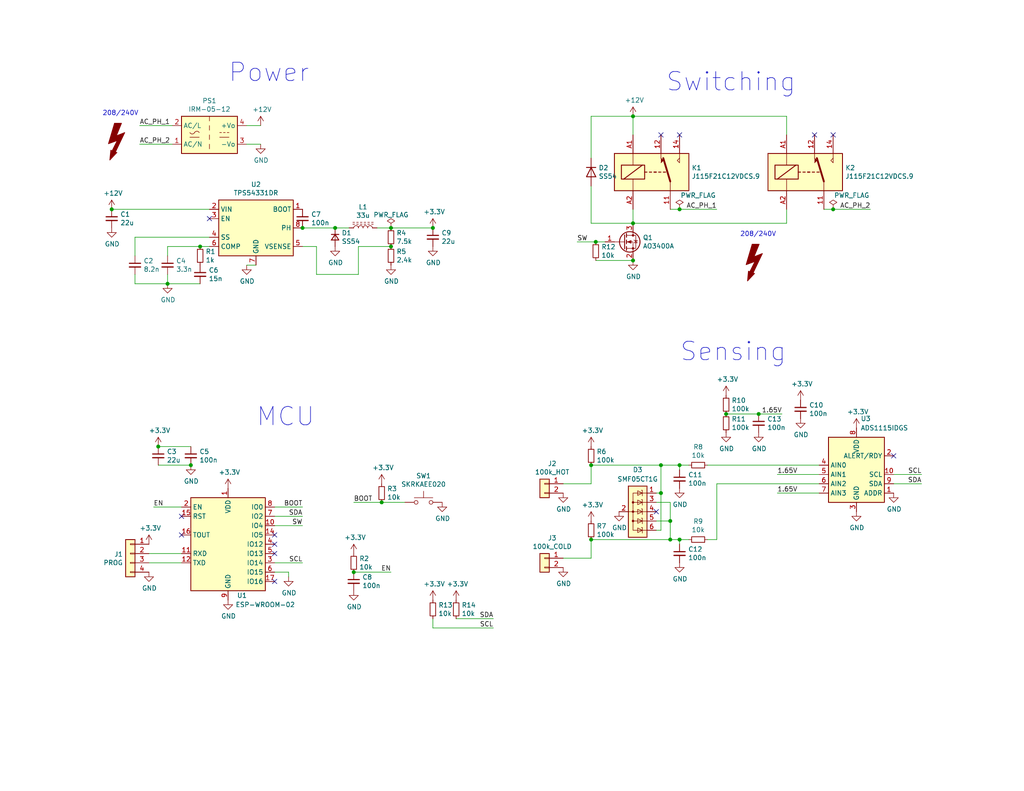
<source format=kicad_sch>
(kicad_sch (version 20211123) (generator eeschema)
  (paper "USLetter")
  (lib_symbols
    (symbol "Analog_ADC:ADS1115IDGS"
      (property "Reference" "U" (at 2.54 13.97 0))
      (property "Value" "ADS1115IDGS" (at 7.62 11.43 0))
      (symbol "ADS1115IDGS_0_1"
        (rectangle (start -7.62 10.16) (end 7.62 -7.62) (stroke (width 0.254)) (fill (type background)))
      )
      (symbol "ADS1115IDGS_1_1"
        (pin input line (at 10.16 -5.08 180) (length 2.54) (name "ADDR") (number "1"))
        (pin input line (at 10.16 0 180) (length 2.54) (name "SCL") (number "10"))
        (pin output line (at 10.16 5.08 180) (length 2.54) (name "ALERT/RDY") (number "2"))
        (pin power_in line (at 0 -10.16 90) (length 2.54) (name "GND") (number "3"))
        (pin input line (at -10.16 2.54 0) (length 2.54) (name "AIN0") (number "4"))
        (pin input line (at -10.16 0 0) (length 2.54) (name "AIN1") (number "5"))
        (pin input line (at -10.16 -2.54 0) (length 2.54) (name "AIN2") (number "6"))
        (pin input line (at -10.16 -5.08 0) (length 2.54) (name "AIN3") (number "7"))
        (pin power_in line (at 0 12.7 270) (length 2.54) (name "VDD") (number "8"))
        (pin bidirectional line (at 10.16 -2.54 180) (length 2.54) (name "SDA") (number "9"))
      )
    )
    (symbol "Connector_Generic:Conn_01x02" (pin_names (offset 1.016) hide)
      (property "Reference" "J" (at 0 2.54 0))
      (property "Value" "Conn_01x02" (at 0 -5.08 0))
      (symbol "Conn_01x02_1_1"
        (rectangle (start -1.27 -2.413) (end 0 -2.667) (stroke (width 0.1524)))
        (rectangle (start -1.27 0.127) (end 0 -0.127) (stroke (width 0.1524)))
        (rectangle (start -1.27 1.27) (end 1.27 -3.81) (stroke (width 0.254)) (fill (type background)))
        (pin passive line (at -5.08 0 0) (length 3.81) (name "Pin_1") (number "1"))
        (pin passive line (at -5.08 -2.54 0) (length 3.81) (name "Pin_2") (number "2"))
      )
    )
    (symbol "Connector_Generic:Conn_01x04" (pin_names (offset 1.016) hide)
      (property "Reference" "J" (at 0 5.08 0))
      (property "Value" "Conn_01x04" (at 0 -7.62 0))
      (symbol "Conn_01x04_1_1"
        (rectangle (start -1.27 -4.953) (end 0 -5.207) (stroke (width 0.1524)))
        (rectangle (start -1.27 -2.413) (end 0 -2.667) (stroke (width 0.1524)))
        (rectangle (start -1.27 0.127) (end 0 -0.127) (stroke (width 0.1524)))
        (rectangle (start -1.27 2.667) (end 0 2.413) (stroke (width 0.1524)))
        (rectangle (start -1.27 3.81) (end 1.27 -6.35) (stroke (width 0.254)) (fill (type background)))
        (pin passive line (at -5.08 2.54 0) (length 3.81) (name "Pin_1") (number "1"))
        (pin passive line (at -5.08 0 0) (length 3.81) (name "Pin_2") (number "2"))
        (pin passive line (at -5.08 -2.54 0) (length 3.81) (name "Pin_3") (number "3"))
        (pin passive line (at -5.08 -5.08 0) (length 3.81) (name "Pin_4") (number "4"))
      )
    )
    (symbol "Converter_ACDC:IRM-05-12"
      (property "Reference" "PS" (at 0 6.35 0))
      (property "Value" "IRM-05-12" (at 0 -6.35 0))
      (symbol "IRM-05-12_0_1"
        (rectangle (start -7.62 5.08) (end 7.62 -5.08) (stroke (width 0.254)) (fill (type background)))
        (arc (start -5.334 0.635) (mid -4.699 0.2495) (end -4.064 0.635))
        (arc (start -2.794 0.635) (mid -3.429 1.0072) (end -4.064 0.635))
        (polyline (pts (xy -5.334 -0.635) (xy -2.794 -0.635)))
        (polyline (pts (xy 0 -2.54) (xy 0 -3.81)))
        (polyline (pts (xy 0 0) (xy 0 -1.27)))
        (polyline (pts (xy 0 2.54) (xy 0 1.27)))
        (polyline (pts (xy 0 5.08) (xy 0 3.81)))
        (polyline (pts (xy 2.794 -0.635) (xy 5.334 -0.635)))
        (polyline (pts (xy 2.794 0.635) (xy 3.302 0.635)))
        (polyline (pts (xy 3.81 0.635) (xy 4.318 0.635)))
        (polyline (pts (xy 4.826 0.635) (xy 5.334 0.635)))
      )
      (symbol "IRM-05-12_1_1"
        (pin power_in line (at -10.16 -2.54 0) (length 2.54) (name "AC/N") (number "1"))
        (pin power_in line (at -10.16 2.54 0) (length 2.54) (name "AC/L") (number "2"))
        (pin power_out line (at 10.16 -2.54 180) (length 2.54) (name "-Vo") (number "3"))
        (pin power_out line (at 10.16 2.54 180) (length 2.54) (name "+Vo") (number "4"))
      )
    )
    (symbol "Device:C_Small" (pin_numbers hide) (pin_names (offset 0.254) hide)
      (property "Reference" "C" (at 0.254 1.778 0))
      (property "Value" "C_Small" (at 0.254 -2.032 0))
      (symbol "C_Small_0_1"
        (polyline (pts (xy -1.524 -0.508) (xy 1.524 -0.508)) (stroke (width 0.3302)))
        (polyline (pts (xy -1.524 0.508) (xy 1.524 0.508)) (stroke (width 0.3048)))
      )
      (symbol "C_Small_1_1"
        (pin passive line (at 0 2.54 270) (length 2.032) (name "~") (number "1"))
        (pin passive line (at 0 -2.54 90) (length 2.032) (name "~") (number "2"))
      )
    )
    (symbol "Device:D" (pin_numbers hide) (pin_names (offset 1.016) hide)
      (property "Reference" "D" (at 0 2.54 0))
      (property "Value" "D" (at 0 -2.54 0))
      (symbol "D_0_1"
        (polyline (pts (xy -1.27 1.27) (xy -1.27 -1.27)) (stroke (width 0.254)))
        (polyline (pts (xy 1.27 0) (xy -1.27 0)))
        (polyline (pts (xy 1.27 1.27) (xy 1.27 -1.27) (xy -1.27 0) (xy 1.27 1.27)) (stroke (width 0.254)))
      )
      (symbol "D_1_1"
        (pin passive line (at -3.81 0 0) (length 2.54) (name "K") (number "1"))
        (pin passive line (at 3.81 0 180) (length 2.54) (name "A") (number "2"))
      )
    )
    (symbol "Device:D_Small" (pin_numbers hide) (pin_names (offset 0.254) hide)
      (property "Reference" "D" (at -1.27 2.032 0))
      (property "Value" "D_Small" (at -3.81 -2.032 0))
      (symbol "D_Small_0_1"
        (polyline (pts (xy -0.762 -1.016) (xy -0.762 1.016)) (stroke (width 0.254)))
        (polyline (pts (xy -0.762 0) (xy 0.762 0)))
        (polyline (pts (xy 0.762 -1.016) (xy -0.762 0) (xy 0.762 1.016) (xy 0.762 -1.016)) (stroke (width 0.254)))
      )
      (symbol "D_Small_1_1"
        (pin passive line (at -2.54 0 0) (length 1.778) (name "K") (number "1"))
        (pin passive line (at 2.54 0 180) (length 1.778) (name "A") (number "2"))
      )
    )
    (symbol "Device:L_Ferrite" (pin_numbers hide) (pin_names (offset 1.016) hide)
      (property "Reference" "L" (at -1.27 0 90))
      (property "Value" "L_Ferrite" (at 2.794 0 90))
      (symbol "L_Ferrite_0_1"
        (arc (start 0 -2.54) (mid 0.635 -1.905) (end 0 -1.27))
        (arc (start 0 -1.27) (mid 0.635 -0.635) (end 0 0))
        (polyline (pts (xy 1.016 -2.794) (xy 1.016 -2.286)))
        (polyline (pts (xy 1.016 -1.778) (xy 1.016 -1.27)))
        (polyline (pts (xy 1.016 -0.762) (xy 1.016 -0.254)))
        (polyline (pts (xy 1.016 0.254) (xy 1.016 0.762)))
        (polyline (pts (xy 1.016 1.27) (xy 1.016 1.778)))
        (polyline (pts (xy 1.016 2.286) (xy 1.016 2.794)))
        (polyline (pts (xy 1.524 -2.286) (xy 1.524 -2.794)))
        (polyline (pts (xy 1.524 -1.27) (xy 1.524 -1.778)))
        (polyline (pts (xy 1.524 -0.254) (xy 1.524 -0.762)))
        (polyline (pts (xy 1.524 0.762) (xy 1.524 0.254)))
        (polyline (pts (xy 1.524 1.778) (xy 1.524 1.27)))
        (polyline (pts (xy 1.524 2.794) (xy 1.524 2.286)))
        (arc (start 0 0) (mid 0.635 0.635) (end 0 1.27))
        (arc (start 0 1.27) (mid 0.635 1.905) (end 0 2.54))
      )
      (symbol "L_Ferrite_1_1"
        (pin passive line (at 0 3.81 270) (length 1.27) (name "1") (number "1"))
        (pin passive line (at 0 -3.81 90) (length 1.27) (name "2") (number "2"))
      )
    )
    (symbol "Device:R_Small" (pin_numbers hide) (pin_names (offset 0.254) hide)
      (property "Reference" "R" (at 0.762 0.508 0))
      (property "Value" "R_Small" (at 0.762 -1.016 0))
      (symbol "R_Small_0_1"
        (rectangle (start -0.762 1.778) (end 0.762 -1.778) (stroke (width 0.2032)))
      )
      (symbol "R_Small_1_1"
        (pin passive line (at 0 2.54 270) (length 0.762) (name "~") (number "1"))
        (pin passive line (at 0 -2.54 90) (length 0.762) (name "~") (number "2"))
      )
    )
    (symbol "Graphic:SYM_Flash_Large" (pin_names (offset 1.016))
      (symbol "SYM_Flash_Large_0_1"
        (polyline (pts (xy 0.127 -3.556) (xy -1.524 -2.921) (xy -1.778 -5.588) (xy 0.127 -3.556)) (stroke (width 0.2032)) (fill (type outline)))
        (polyline (pts (xy -0.508 4.445) (xy 1.397 4.445) (xy 0 1.016) (xy 2.286 1.905) (xy -0.508 -3.937) (xy -1.397 -3.556) (xy 0.254 -0.254) (xy -2.159 -1.143) (xy -0.508 4.445)) (stroke (width 0.2032)) (fill (type outline)))
      )
    )
    (symbol "Power_Protection:SP0505BAJT" (pin_names hide)
      (property "Reference" "D" (at 7.62 2.54 0))
      (property "Value" "SP0505BAJT" (at 7.62 0.635 0))
      (symbol "SP0505BAJT_0_0"
        (pin passive line (at 0 -5.08 90) (length 2.54) (name "A") (number "2"))
      )
      (symbol "SP0505BAJT_0_1"
        (rectangle (start -6.985 2.54) (end 6.985 -2.54) (stroke (width 0.254)) (fill (type background)))
        (circle (center -2.54 -1.27) (radius 0.254) (fill (type outline)))
        (circle (center 0 -1.27) (radius 0.254) (fill (type outline)))
        (polyline (pts (xy -5.08 2.54) (xy -5.08 1.27)))
        (polyline (pts (xy -2.54 2.54) (xy -2.54 1.27)))
        (polyline (pts (xy 0 -1.27) (xy 0 -2.54)))
        (polyline (pts (xy 0 -1.27) (xy 0 1.27)))
        (polyline (pts (xy 0 2.54) (xy 0 1.27)))
        (polyline (pts (xy 0.635 1.27) (xy 0.762 1.27)))
        (polyline (pts (xy 2.54 2.54) (xy 2.54 1.27)))
        (polyline (pts (xy 5.08 2.54) (xy 5.08 1.27)))
        (polyline (pts (xy -5.08 1.27) (xy -5.08 -1.27) (xy -2.54 -1.27)))
        (polyline (pts (xy 0.635 1.27) (xy -0.762 1.27) (xy -0.762 1.016)))
        (polyline (pts (xy 5.08 1.27) (xy 5.08 -1.27) (xy 2.54 -1.27)))
        (polyline (pts (xy -5.842 1.016) (xy -5.842 1.27) (xy -4.445 1.27) (xy -4.318 1.27)))
        (polyline (pts (xy -5.08 1.27) (xy -4.445 0) (xy -5.715 0) (xy -5.08 1.27)))
        (polyline (pts (xy -3.302 1.016) (xy -3.302 1.27) (xy -1.905 1.27) (xy -1.778 1.27)))
        (polyline (pts (xy -2.54 1.27) (xy -2.54 -1.27) (xy 2.54 -1.27) (xy 2.54 1.27)))
        (polyline (pts (xy -2.54 1.27) (xy -1.905 0) (xy -3.175 0) (xy -2.54 1.27)))
        (polyline (pts (xy 0.635 0) (xy -0.635 0) (xy 0 1.27) (xy 0.635 0)))
        (polyline (pts (xy 1.778 1.016) (xy 1.778 1.27) (xy 3.175 1.27) (xy 3.302 1.27)))
        (polyline (pts (xy 2.54 1.27) (xy 1.905 0) (xy 3.175 0) (xy 2.54 1.27)))
        (polyline (pts (xy 4.318 1.016) (xy 4.318 1.27) (xy 5.715 1.27) (xy 5.842 1.27)))
        (polyline (pts (xy 5.08 1.27) (xy 4.445 0) (xy 5.715 0) (xy 5.08 1.27)))
        (circle (center 2.54 -1.27) (radius 0.254) (fill (type outline)))
      )
      (symbol "SP0505BAJT_1_1"
        (pin passive line (at -5.08 5.08 270) (length 2.54) (name "K") (number "1"))
        (pin passive line (at -2.54 5.08 270) (length 2.54) (name "K") (number "3"))
        (pin passive line (at 0 5.08 270) (length 2.54) (name "K") (number "4"))
        (pin passive line (at 2.54 5.08 270) (length 2.54) (name "K") (number "5"))
        (pin passive line (at 5.08 5.08 270) (length 2.54) (name "K") (number "6"))
      )
    )
    (symbol "RF_Module:ESP-WROOM-02"
      (property "Reference" "U" (at -7.62 13.97 0))
      (property "Value" "ESP-WROOM-02" (at 10.16 13.97 0))
      (symbol "ESP-WROOM-02_0_1"
        (rectangle (start 10.16 12.7) (end -10.16 -12.7) (stroke (width 0.254)) (fill (type background)))
      )
      (symbol "ESP-WROOM-02_1_1"
        (pin power_in line (at 0 15.24 270) (length 2.54) (name "VDD") (number "1"))
        (pin bidirectional line (at 12.7 5.08 180) (length 2.54) (name "IO4") (number "10"))
        (pin bidirectional line (at -12.7 -2.54 0) (length 2.54) (name "RXD") (number "11"))
        (pin bidirectional line (at -12.7 -5.08 0) (length 2.54) (name "TXD") (number "12"))
        (pin passive line (at 0 -15.24 90) (length 2.54) hide (name "GND") (number "13"))
        (pin bidirectional line (at 12.7 2.54 180) (length 2.54) (name "IO5") (number "14"))
        (pin input line (at -12.7 7.62 0) (length 2.54) (name "RST") (number "15"))
        (pin input line (at -12.7 2.54 0) (length 2.54) (name "TOUT") (number "16"))
        (pin bidirectional line (at 12.7 -10.16 180) (length 2.54) (name "IO16") (number "17"))
        (pin passive line (at 0 -15.24 90) (length 2.54) hide (name "GND") (number "18"))
        (pin passive line (at 0 -15.24 90) (length 2.54) hide (name "GND") (number "19"))
        (pin input line (at -12.7 10.16 0) (length 2.54) (name "EN") (number "2"))
        (pin bidirectional line (at 12.7 -5.08 180) (length 2.54) (name "IO14") (number "3"))
        (pin bidirectional line (at 12.7 0 180) (length 2.54) (name "IO12") (number "4"))
        (pin bidirectional line (at 12.7 -2.54 180) (length 2.54) (name "IO13") (number "5"))
        (pin bidirectional line (at 12.7 -7.62 180) (length 2.54) (name "IO15") (number "6"))
        (pin bidirectional line (at 12.7 7.62 180) (length 2.54) (name "IO2") (number "7"))
        (pin bidirectional line (at 12.7 10.16 180) (length 2.54) (name "IO0") (number "8"))
        (pin power_in line (at 0 -15.24 90) (length 2.54) (name "GND") (number "9"))
      )
    )
    (symbol "Relay:RAYEX-L90S"
      (property "Reference" "K" (at 11.43 3.81 0))
      (property "Value" "RAYEX-L90S" (at 11.43 1.27 0))
      (symbol "RAYEX-L90S_1_0"
        (polyline (pts (xy 2.54 3.81) (xy 2.54 5.08)))
        (polyline (pts (xy 7.62 3.81) (xy 7.62 5.08)))
        (polyline (pts (xy 7.62 3.81) (xy 7.62 2.54) (xy 6.985 3.175) (xy 7.62 3.81)))
      )
      (symbol "RAYEX-L90S_1_1"
        (rectangle (start -10.16 5.08) (end 10.16 -5.08) (stroke (width 0.254)) (fill (type background)))
        (rectangle (start -8.255 1.905) (end -1.905 -1.905) (stroke (width 0.254)))
        (polyline (pts (xy -7.62 -1.905) (xy -2.54 1.905)) (stroke (width 0.254)))
        (polyline (pts (xy -5.08 -5.08) (xy -5.08 -1.905)))
        (polyline (pts (xy -5.08 5.08) (xy -5.08 1.905)))
        (polyline (pts (xy -1.905 0) (xy -1.27 0)) (stroke (width 0.254)))
        (polyline (pts (xy -0.635 0) (xy 0 0)) (stroke (width 0.254)))
        (polyline (pts (xy 0.635 0) (xy 1.27 0)) (stroke (width 0.254)))
        (polyline (pts (xy 0.635 0) (xy 1.27 0)) (stroke (width 0.254)))
        (polyline (pts (xy 1.905 0) (xy 2.54 0)) (stroke (width 0.254)))
        (polyline (pts (xy 3.175 0) (xy 3.81 0)) (stroke (width 0.254)))
        (polyline (pts (xy 5.08 -2.54) (xy 3.175 3.81)) (stroke (width 0.508)))
        (polyline (pts (xy 5.08 -2.54) (xy 5.08 -5.08)))
        (polyline (pts (xy 2.54 2.54) (xy 3.175 3.175) (xy 2.54 3.81)) (fill (type outline)))
        (pin passive line (at 5.08 -10.16 90) (length 5.08) (name "~") (number "11"))
        (pin passive line (at 2.54 10.16 270) (length 5.08) (name "~") (number "12"))
        (pin passive line (at 7.62 10.16 270) (length 5.08) (name "~") (number "14"))
        (pin passive line (at -5.08 10.16 270) (length 5.08) (name "~") (number "A1"))
        (pin passive line (at -5.08 -10.16 90) (length 5.08) (name "~") (number "A2"))
      )
    )
    (symbol "Switch:SW_Push" (pin_numbers hide) (pin_names (offset 1.016) hide)
      (property "Reference" "SW" (at 1.27 2.54 0))
      (property "Value" "SW_Push" (at 0 -1.524 0))
      (symbol "SW_Push_0_1"
        (circle (center -2.032 0) (radius 0.508))
        (polyline (pts (xy 0 1.27) (xy 0 3.048)))
        (polyline (pts (xy 2.54 1.27) (xy -2.54 1.27)))
        (circle (center 2.032 0) (radius 0.508))
        (pin passive line (at -5.08 0 0) (length 2.54) (name "1") (number "1"))
        (pin passive line (at 5.08 0 180) (length 2.54) (name "2") (number "2"))
      )
    )
    (symbol "TPS54331:TPS54331"
      (property "Reference" "U" (at -8.89 8.89 0))
      (property "Value" "TPS54331" (at 3.81 8.89 0))
      (symbol "TPS54331_1_1"
        (rectangle (start -10.16 7.62) (end 10.16 -7.62) (stroke (width 0.254)) (fill (type background)))
        (pin output line (at 12.7 5.08 180) (length 2.54) (name "BOOT") (number "1"))
        (pin power_in line (at -12.7 5.08 0) (length 2.54) (name "VIN") (number "2"))
        (pin input line (at -12.7 2.54 0) (length 2.54) (name "EN") (number "3"))
        (pin output line (at -12.7 -2.54 0) (length 2.54) (name "SS") (number "4"))
        (pin input line (at 12.7 -5.08 180) (length 2.54) (name "VSENSE") (number "5"))
        (pin output line (at -12.7 -5.08 0) (length 2.54) (name "COMP") (number "6"))
        (pin power_in line (at 0 -10.16 90) (length 2.54) (name "GND") (number "7"))
        (pin output line (at 12.7 0 180) (length 2.54) (name "PH") (number "8"))
        (pin power_in line (at 0 -10.16 90) (length 2.54) hide (name "GND") (number "9"))
      )
    )
    (symbol "Transistor_FET:AO3400A" (pin_names hide)
      (property "Reference" "Q" (at 5.08 1.905 0))
      (property "Value" "AO3400A" (at 5.08 0 0))
      (symbol "AO3400A_0_1"
        (polyline (pts (xy 0.254 0) (xy -2.54 0)))
        (polyline (pts (xy 0.254 1.905) (xy 0.254 -1.905)) (stroke (width 0.254)))
        (polyline (pts (xy 0.762 -1.27) (xy 0.762 -2.286)) (stroke (width 0.254)))
        (polyline (pts (xy 0.762 0.508) (xy 0.762 -0.508)) (stroke (width 0.254)))
        (polyline (pts (xy 0.762 2.286) (xy 0.762 1.27)) (stroke (width 0.254)))
        (polyline (pts (xy 2.54 2.54) (xy 2.54 1.778)))
        (polyline (pts (xy 2.54 -2.54) (xy 2.54 0) (xy 0.762 0)))
        (polyline (pts (xy 0.762 -1.778) (xy 3.302 -1.778) (xy 3.302 1.778) (xy 0.762 1.778)))
        (polyline (pts (xy 1.016 0) (xy 2.032 0.381) (xy 2.032 -0.381) (xy 1.016 0)) (fill (type outline)))
        (polyline (pts (xy 2.794 0.508) (xy 2.921 0.381) (xy 3.683 0.381) (xy 3.81 0.254)))
        (polyline (pts (xy 3.302 0.381) (xy 2.921 -0.254) (xy 3.683 -0.254) (xy 3.302 0.381)))
        (circle (center 1.651 0) (radius 2.794) (stroke (width 0.254)))
        (circle (center 2.54 -1.778) (radius 0.254) (fill (type outline)))
        (circle (center 2.54 1.778) (radius 0.254) (fill (type outline)))
      )
      (symbol "AO3400A_1_1"
        (pin input line (at -5.08 0 0) (length 2.54) (name "G") (number "1"))
        (pin passive line (at 2.54 -5.08 90) (length 2.54) (name "S") (number "2"))
        (pin passive line (at 2.54 5.08 270) (length 2.54) (name "D") (number "3"))
      )
    )
    (symbol "power:+12V" (power) (pin_names (offset 0))
      (property "Value" "+12V" (at 0 3.556 0))
      (symbol "+12V_0_1"
        (polyline (pts (xy -0.762 1.27) (xy 0 2.54)))
        (polyline (pts (xy 0 0) (xy 0 2.54)))
        (polyline (pts (xy 0 2.54) (xy 0.762 1.27)))
      )
      (symbol "+12V_1_1"
        (pin power_in line (at 0 0 90) (length 0) hide (name "+12V") (number "1"))
      )
    )
    (symbol "power:+3.3V" (power) (pin_names (offset 0))
      (property "Value" "+3.3V" (at 0 3.556 0))
      (symbol "+3.3V_0_1"
        (polyline (pts (xy -0.762 1.27) (xy 0 2.54)))
        (polyline (pts (xy 0 0) (xy 0 2.54)))
        (polyline (pts (xy 0 2.54) (xy 0.762 1.27)))
      )
      (symbol "+3.3V_1_1"
        (pin power_in line (at 0 0 90) (length 0) hide (name "+3.3V") (number "1"))
      )
    )
    (symbol "power:GND" (power) (pin_names (offset 0))
      (property "Value" "GND" (at 0 -3.81 0))
      (symbol "GND_0_1"
        (polyline (pts (xy 0 0) (xy 0 -1.27) (xy 1.27 -1.27) (xy 0 -2.54) (xy -1.27 -1.27) (xy 0 -1.27)))
      )
      (symbol "GND_1_1"
        (pin power_in line (at 0 0 270) (length 0) hide (name "GND") (number "1"))
      )
    )
    (symbol "power:PWR_FLAG" (power) (pin_numbers hide) (pin_names (offset 0) hide)
      (property "Value" "PWR_FLAG" (at 0 3.81 0))
      (symbol "PWR_FLAG_0_0"
        (pin power_out line (at 0 0 90) (length 0) (name "pwr") (number "1"))
      )
      (symbol "PWR_FLAG_0_1"
        (polyline (pts (xy 0 0) (xy 0 1.27) (xy -1.016 1.905) (xy 0 2.54) (xy 1.016 1.905) (xy 0 1.27)))
      )
    )
  )
  (junction (at 182.88 147.32))
  (junction (at 180.34 127))
  (junction (at 43.18 121.92))
  (junction (at 207.01 113.03))
  (junction (at 106.68 67.31))
  (junction (at 172.72 71.12))
  (junction (at 118.11 62.23))
  (junction (at 91.44 62.23))
  (junction (at 180.34 134.62))
  (junction (at 45.72 77.47))
  (junction (at 104.14 137.16))
  (junction (at 198.12 113.03))
  (junction (at 161.29 147.32))
  (junction (at 30.48 57.15))
  (junction (at 52.07 127))
  (junction (at 161.29 127))
  (junction (at 185.42 57.15))
  (junction (at 172.72 60.96))
  (junction (at 227.33 57.15))
  (junction (at 54.61 67.31))
  (junction (at 172.72 31.75))
  (junction (at 162.56 66.04))
  (junction (at 96.52 156.21))
  (junction (at 185.42 127))
  (junction (at 182.88 142.24))
  (junction (at 185.42 147.32))
  (junction (at 106.68 62.23))
  (junction (at 82.55 62.23))
  (no_connect (at 74.93 158.75))
  (no_connect (at 179.07 139.7))
  (no_connect (at 57.15 59.69))
  (no_connect (at 222.25 36.83))
  (no_connect (at 74.93 148.59))
  (no_connect (at 180.34 36.83))
  (no_connect (at 243.84 124.46))
  (no_connect (at 227.33 36.83))
  (no_connect (at 49.53 146.05))
  (no_connect (at 49.53 140.97))
  (no_connect (at 185.42 36.83))
  (no_connect (at 74.93 146.05))
  (no_connect (at 74.93 151.13))
  (wire (pts (xy 45.72 77.47) (xy 54.61 77.47)))
  (wire (pts (xy 180.34 127) (xy 180.34 134.62)))
  (wire (pts (xy 67.31 39.37) (xy 71.12 39.37)))
  (wire (pts (xy 43.18 127) (xy 52.07 127)))
  (wire (pts (xy 96.52 137.16) (xy 104.14 137.16)))
  (wire (pts (xy 180.34 127) (xy 185.42 127)))
  (wire (pts (xy 172.72 60.96) (xy 161.29 60.96)))
  (wire (pts (xy 185.42 128.27) (xy 185.42 127)))
  (wire (pts (xy 243.84 132.08) (xy 251.46 132.08)))
  (wire (pts (xy 161.29 147.32) (xy 161.29 152.4)))
  (wire (pts (xy 182.88 142.24) (xy 182.88 147.32)))
  (wire (pts (xy 161.29 147.32) (xy 182.88 147.32)))
  (wire (pts (xy 172.72 31.75) (xy 214.63 31.75)))
  (wire (pts (xy 67.31 34.29) (xy 71.12 34.29)))
  (wire (pts (xy 74.93 153.67) (xy 82.55 153.67)))
  (wire (pts (xy 49.53 138.43) (xy 41.91 138.43)))
  (wire (pts (xy 104.14 137.16) (xy 110.49 137.16)))
  (wire (pts (xy 195.58 132.08) (xy 223.52 132.08)))
  (wire (pts (xy 74.93 156.21) (xy 78.74 156.21)))
  (wire (pts (xy 161.29 127) (xy 161.29 132.08)))
  (wire (pts (xy 78.74 156.21) (xy 78.74 157.48)))
  (wire (pts (xy 165.1 66.04) (xy 162.56 66.04)))
  (wire (pts (xy 161.29 43.18) (xy 161.29 31.75)))
  (wire (pts (xy 45.72 74.93) (xy 45.72 77.47)))
  (wire (pts (xy 214.63 31.75) (xy 214.63 36.83)))
  (wire (pts (xy 153.67 152.4) (xy 161.29 152.4)))
  (wire (pts (xy 57.15 67.31) (xy 54.61 67.31)))
  (wire (pts (xy 86.36 67.31) (xy 82.55 67.31)))
  (wire (pts (xy 45.72 77.47) (xy 36.83 77.47)))
  (wire (pts (xy 179.07 144.78) (xy 180.34 144.78)))
  (wire (pts (xy 223.52 134.62) (xy 212.09 134.62)))
  (wire (pts (xy 195.58 132.08) (xy 195.58 147.32)))
  (wire (pts (xy 45.72 69.85) (xy 45.72 67.31)))
  (wire (pts (xy 36.83 69.85) (xy 36.83 64.77)))
  (wire (pts (xy 57.15 57.15) (xy 30.48 57.15)))
  (wire (pts (xy 162.56 66.04) (xy 157.48 66.04)))
  (wire (pts (xy 91.44 62.23) (xy 95.25 62.23)))
  (wire (pts (xy 74.93 143.51) (xy 82.55 143.51)))
  (wire (pts (xy 227.33 57.15) (xy 237.49 57.15)))
  (wire (pts (xy 153.67 132.08) (xy 161.29 132.08)))
  (wire (pts (xy 97.79 74.93) (xy 86.36 74.93)))
  (wire (pts (xy 106.68 67.31) (xy 97.79 67.31)))
  (wire (pts (xy 67.31 72.39) (xy 69.85 72.39)))
  (wire (pts (xy 195.58 147.32) (xy 193.04 147.32)))
  (wire (pts (xy 180.34 144.78) (xy 180.34 134.62)))
  (wire (pts (xy 185.42 147.32) (xy 187.96 147.32)))
  (wire (pts (xy 36.83 77.47) (xy 36.83 74.93)))
  (wire (pts (xy 118.11 168.91) (xy 118.11 171.45)))
  (wire (pts (xy 172.72 57.15) (xy 172.72 60.96)))
  (wire (pts (xy 223.52 129.54) (xy 212.09 129.54)))
  (wire (pts (xy 49.53 153.67) (xy 40.64 153.67)))
  (wire (pts (xy 179.07 134.62) (xy 180.34 134.62)))
  (wire (pts (xy 172.72 36.83) (xy 172.72 31.75)))
  (wire (pts (xy 193.04 127) (xy 223.52 127)))
  (wire (pts (xy 224.79 57.15) (xy 227.33 57.15)))
  (wire (pts (xy 182.88 147.32) (xy 185.42 147.32)))
  (wire (pts (xy 124.46 168.91) (xy 134.62 168.91)))
  (wire (pts (xy 198.12 113.03) (xy 207.01 113.03)))
  (wire (pts (xy 57.15 64.77) (xy 36.83 64.77)))
  (wire (pts (xy 179.07 142.24) (xy 182.88 142.24)))
  (wire (pts (xy 207.01 113.03) (xy 213.36 113.03)))
  (wire (pts (xy 45.72 67.31) (xy 54.61 67.31)))
  (wire (pts (xy 106.68 62.23) (xy 118.11 62.23)))
  (wire (pts (xy 118.11 171.45) (xy 134.62 171.45)))
  (wire (pts (xy 74.93 138.43) (xy 82.55 138.43)))
  (wire (pts (xy 214.63 57.15) (xy 214.63 60.96)))
  (wire (pts (xy 182.88 137.16) (xy 182.88 142.24)))
  (wire (pts (xy 161.29 60.96) (xy 161.29 50.8)))
  (wire (pts (xy 82.55 62.23) (xy 91.44 62.23)))
  (wire (pts (xy 43.18 121.92) (xy 52.07 121.92)))
  (wire (pts (xy 243.84 129.54) (xy 251.46 129.54)))
  (wire (pts (xy 161.29 127) (xy 180.34 127)))
  (wire (pts (xy 96.52 156.21) (xy 106.68 156.21)))
  (wire (pts (xy 172.72 71.12) (xy 162.56 71.12)))
  (wire (pts (xy 161.29 31.75) (xy 172.72 31.75)))
  (wire (pts (xy 102.87 62.23) (xy 106.68 62.23)))
  (wire (pts (xy 38.1 39.37) (xy 46.99 39.37)))
  (wire (pts (xy 46.99 34.29) (xy 38.1 34.29)))
  (wire (pts (xy 185.42 127) (xy 187.96 127)))
  (wire (pts (xy 40.64 151.13) (xy 49.53 151.13)))
  (wire (pts (xy 86.36 74.93) (xy 86.36 67.31)))
  (wire (pts (xy 179.07 137.16) (xy 182.88 137.16)))
  (wire (pts (xy 185.42 57.15) (xy 195.58 57.15)))
  (wire (pts (xy 185.42 148.59) (xy 185.42 147.32)))
  (wire (pts (xy 97.79 67.31) (xy 97.79 74.93)))
  (wire (pts (xy 182.88 57.15) (xy 185.42 57.15)))
  (wire (pts (xy 74.93 140.97) (xy 82.55 140.97)))
  (wire (pts (xy 214.63 60.96) (xy 172.72 60.96)))
  (text "Power" (at 62.23 22.86 0) (effects (font (size 5.0038 5.0038)) (justify left bottom)))
  (text "MCU" (at 69.85 116.84 0) (effects (font (size 5.0038 5.0038)) (justify left bottom)))
  (text "Switching" (at 181.61 25.4 0) (effects (font (size 5.0038 5.0038)) (justify left bottom)))
  (text "208/240V" (at 201.93 64.77 0) (effects (font (size 1.27 1.27)) (justify left bottom)))
  (text "Sensing" (at 185.42 99.06 0) (effects (font (size 5.0038 5.0038)) (justify left bottom)))
  (text "208/240V" (at 27.94 31.75 0) (effects (font (size 1.27 1.27)) (justify left bottom)))
  (label "AC_PH_2" (at 237.49 57.15 180))
  (label "SW" (at 157.48 66.04 0))
  (label "AC_PH_1" (at 195.58 57.15 180))
  (label "SCL" (at 251.46 129.54 180))
  (label "1.65V" (at 213.36 113.03 180))
  (label "SCL" (at 82.55 153.67 180))
  (label "BOOT" (at 96.52 137.16 0))
  (label "SDA" (at 134.62 168.91 180))
  (label "1.65V" (at 212.09 134.62 0))
  (label "SCL" (at 134.62 171.45 180))
  (label "AC_PH_1" (at 38.1 34.29 0))
  (label "EN" (at 106.68 156.21 180))
  (label "SDA" (at 251.46 132.08 180))
  (label "AC_PH_2" (at 38.1 39.37 0))
  (label "1.65V" (at 212.09 129.54 0))
  (label "EN" (at 41.91 138.43 0))
  (label "BOOT" (at 82.55 138.43 180))
  (label "SDA" (at 82.55 140.97 180))
  (label "SW" (at 82.55 143.51 180))
  (symbol (lib_id "RF_Module:ESP-WROOM-02") (at 62.23 148.59 0) (unit 1)
    (property "Reference" "U1" (at 66.04 162.56 0))
    (property "Value" "ESP-WROOM-02" (at 72.39 165.1 0))
    (property "Footprint" "RF_Module:ESP-WROOM-02" (effects hide))
    (property "Datasheet" "https://www.espressif.com/sites/default/files/documentation/0c-esp-wroom-02_datasheet_en.pdf" (effects hide))
    (property "LCSC" "C529584" (effects hide))
  )
  (symbol (lib_id "Relay:RAYEX-L90S") (at 219.71 46.99 0) (unit 1)
    (property "Reference" "K2" (at 230.632 45.8216 0) (effects (justify left)))
    (property "Value" "J115F21C12VDCS.9" (at 230.632 48.133 0) (effects (justify left)))
    (property "Footprint" "wifi-30A-relay:Relay_SPDT_CIT-J115F2" (effects hide))
    (property "Datasheet" "https://www.citrelay.com/Catalog%20Pages/RelayCatalog/J115F2.pdf" (effects hide))
  )
  (symbol (lib_id "Relay:RAYEX-L90S") (at 177.8 46.99 0) (unit 1)
    (property "Reference" "K1" (at 188.722 45.8216 0) (effects (justify left)))
    (property "Value" "J115F21C12VDCS.9" (at 188.722 48.133 0) (effects (justify left)))
    (property "Footprint" "wifi-30A-relay:Relay_SPDT_CIT-J115F2" (effects hide))
    (property "Datasheet" "https://www.citrelay.com/Catalog%20Pages/RelayCatalog/J115F2.pdf" (effects hide))
  )
  (symbol (lib_id "power:GND") (at 172.72 71.12 0) (unit 1)
    (property "Reference" "#PWR0101" (effects hide))
    (property "Value" "GND" (at 172.847 75.5142 0))
  )
  (symbol (lib_id "power:GND") (at 62.23 163.83 0) (unit 1)
    (property "Reference" "#PWR0102" (effects hide))
    (property "Value" "GND" (at 62.357 168.2242 0))
  )
  (symbol (lib_id "Device:D") (at 161.29 46.99 270) (unit 1)
    (property "Reference" "D2" (at 163.322 45.8216 90) (effects (justify left)))
    (property "Value" "SS54" (at 163.322 48.133 90) (effects (justify left)))
    (property "Footprint" "Diode_SMD:D_SMA" (effects hide))
    (property "Datasheet" "https://datasheet.lcsc.com/lcsc/1810192041_MDD%EF%BC%88Microdiode-Electronics%EF%BC%89-SS54_C22452.pdf" (effects hide))
    (property "LCSC" "C22452" (effects hide))
  )
  (symbol (lib_id "Transistor_FET:AO3400A") (at 170.18 66.04 0) (unit 1)
    (property "Reference" "Q1" (at 175.387 64.8716 0) (effects (justify left)))
    (property "Value" "AO3400A" (at 175.387 67.183 0) (effects (justify left)))
    (property "Footprint" "Package_TO_SOT_SMD:SOT-23" (effects hide))
    (property "Datasheet" "http://www.aosmd.com/pdfs/datasheet/AO3400A.pdf" (effects hide))
    (property "LCSC" "C20917" (effects hide))
  )
  (symbol (lib_id "power:+12V") (at 172.72 31.75 0) (unit 1)
    (property "Reference" "#PWR0103" (effects hide))
    (property "Value" "+12V" (at 173.101 27.3558 0))
  )
  (symbol (lib_id "TPS54331:TPS54331") (at 69.85 62.23 0) (unit 1)
    (property "Reference" "U2" (at 69.85 50.3682 0))
    (property "Value" "TPS54331DR" (at 69.85 52.6796 0))
    (property "Footprint" "Package_SO:SOIC-8_3.9x4.9mm_P1.27mm" (effects hide))
    (property "Datasheet" "http://www.ti.com/lit/ds/symlink/tps54336a.pdf" (effects hide))
    (property "LCSC" "C9865" (effects hide))
  )
  (symbol (lib_id "power:GND") (at 67.31 72.39 0) (unit 1)
    (property "Reference" "#PWR0104" (effects hide))
    (property "Value" "GND" (at 67.437 76.7842 0))
  )
  (symbol (lib_id "Device:R_Small") (at 106.68 64.77 0) (unit 1)
    (property "Reference" "R4" (at 108.1786 63.6016 0) (effects (justify left)))
    (property "Value" "7.5k" (at 108.1786 65.913 0) (effects (justify left)))
    (property "Footprint" "Resistor_SMD:R_0402_1005Metric" (effects hide))
    (property "LCSC" "C25918" (effects hide))
  )
  (symbol (lib_id "Device:L_Ferrite") (at 99.06 62.23 90) (unit 1)
    (property "Reference" "L1" (at 99.06 56.515 90))
    (property "Value" "33u" (at 99.06 58.8264 90))
    (property "Footprint" "Inductor_SMD:L_TDK_SLF6028" (effects hide))
    (property "LCSC" "C149577" (effects hide))
  )
  (symbol (lib_id "Device:C_Small") (at 82.55 59.69 0) (unit 1)
    (property "Reference" "C7" (at 84.8868 58.5216 0) (effects (justify left)))
    (property "Value" "100n" (at 84.8868 60.833 0) (effects (justify left)))
    (property "Footprint" "Capacitor_SMD:C_0402_1005Metric" (effects hide))
    (property "LCSC" "C1525" (effects hide))
  )
  (symbol (lib_id "Device:D_Small") (at 91.44 64.77 270) (unit 1)
    (property "Reference" "D1" (at 93.218 63.6016 90) (effects (justify left)))
    (property "Value" "SS54" (at 93.218 65.913 90) (effects (justify left)))
    (property "Footprint" "Diode_SMD:D_SMA" (effects hide))
    (property "Datasheet" "https://datasheet.lcsc.com/lcsc/1810192041_MDD%EF%BC%88Microdiode-Electronics%EF%BC%89-SS54_C22452.pdf" (effects hide))
    (property "LCSC" "C22452" (effects hide))
  )
  (symbol (lib_id "power:GND") (at 91.44 67.31 0) (unit 1)
    (property "Reference" "#PWR0105" (effects hide))
    (property "Value" "GND" (at 91.567 71.7042 0))
  )
  (symbol (lib_id "Device:R_Small") (at 106.68 69.85 0) (unit 1)
    (property "Reference" "R5" (at 108.1786 68.6816 0) (effects (justify left)))
    (property "Value" "2.4k" (at 108.1786 70.993 0) (effects (justify left)))
    (property "Footprint" "Resistor_SMD:R_0402_1005Metric" (effects hide))
    (property "LCSC" "C25882" (effects hide))
  )
  (symbol (lib_id "power:GND") (at 118.11 67.31 0) (unit 1)
    (property "Reference" "#PWR0106" (effects hide))
    (property "Value" "GND" (at 118.237 71.7042 0))
  )
  (symbol (lib_id "power:GND") (at 106.68 72.39 0) (unit 1)
    (property "Reference" "#PWR0107" (effects hide))
    (property "Value" "GND" (at 106.807 76.7842 0))
  )
  (symbol (lib_id "Device:C_Small") (at 36.83 72.39 0) (unit 1)
    (property "Reference" "C2" (at 39.1668 71.2216 0) (effects (justify left)))
    (property "Value" "8.2n" (at 39.1668 73.533 0) (effects (justify left)))
    (property "Footprint" "Capacitor_SMD:C_0603_1608Metric" (effects hide))
    (property "LCSC" "C27920" (effects hide))
  )
  (symbol (lib_id "Device:C_Small") (at 45.72 72.39 0) (unit 1)
    (property "Reference" "C4" (at 48.0568 71.2216 0) (effects (justify left)))
    (property "Value" "3.3n" (at 48.0568 73.533 0) (effects (justify left)))
    (property "Footprint" "Capacitor_SMD:C_0603_1608Metric" (effects hide))
    (property "LCSC" "C1613" (effects hide))
  )
  (symbol (lib_id "Device:C_Small") (at 54.61 74.93 0) (unit 1)
    (property "Reference" "C6" (at 56.9468 73.7616 0) (effects (justify left)))
    (property "Value" "15n" (at 56.9468 76.073 0) (effects (justify left)))
    (property "Footprint" "Capacitor_SMD:C_0603_1608Metric" (effects hide))
    (property "LCSC" "C1596" (effects hide))
  )
  (symbol (lib_id "Device:R_Small") (at 54.61 69.85 0) (unit 1)
    (property "Reference" "R1" (at 56.1086 68.6816 0) (effects (justify left)))
    (property "Value" "1k" (at 56.1086 70.993 0) (effects (justify left)))
    (property "Footprint" "Resistor_SMD:R_0402_1005Metric" (effects hide))
    (property "LCSC" "C11702" (effects hide))
  )
  (symbol (lib_id "power:GND") (at 45.72 77.47 0) (unit 1)
    (property "Reference" "#PWR0108" (effects hide))
    (property "Value" "GND" (at 45.847 81.8642 0))
  )
  (symbol (lib_id "power:+12V") (at 71.12 34.29 0) (unit 1)
    (property "Reference" "#PWR0121" (effects hide))
    (property "Value" "+12V" (at 71.501 29.8958 0))
  )
  (symbol (lib_id "power:GND") (at 71.12 39.37 0) (unit 1)
    (property "Reference" "#PWR0122" (effects hide))
    (property "Value" "GND" (at 71.247 43.7642 0))
  )
  (symbol (lib_id "Device:C_Small") (at 30.48 59.69 0) (unit 1)
    (property "Reference" "C1" (at 32.8168 58.5216 0) (effects (justify left)))
    (property "Value" "22u" (at 32.8168 60.833 0) (effects (justify left)))
    (property "Footprint" "Capacitor_SMD:C_0805_2012Metric" (effects hide))
    (property "LCSC" "C45783" (effects hide))
  )
  (symbol (lib_id "Device:C_Small") (at 118.11 64.77 0) (unit 1)
    (property "Reference" "C9" (at 120.4468 63.6016 0) (effects (justify left)))
    (property "Value" "22u" (at 120.4468 65.913 0) (effects (justify left)))
    (property "Footprint" "Capacitor_SMD:C_0805_2012Metric" (effects hide))
    (property "LCSC" "C45783" (effects hide))
  )
  (symbol (lib_id "power:GND") (at 30.48 62.23 0) (unit 1)
    (property "Reference" "#PWR0109" (effects hide))
    (property "Value" "GND" (at 30.607 66.6242 0))
  )
  (symbol (lib_id "power:+12V") (at 30.48 57.15 0) (unit 1)
    (property "Reference" "#PWR0110" (effects hide))
    (property "Value" "+12V" (at 30.861 52.7558 0))
  )
  (symbol (lib_id "power:+3.3V") (at 118.11 62.23 0) (unit 1)
    (property "Reference" "#PWR0111" (effects hide))
    (property "Value" "+3.3V" (at 118.491 57.8358 0))
  )
  (symbol (lib_id "power:+3.3V") (at 43.18 121.92 0) (unit 1)
    (property "Reference" "#PWR0112" (effects hide))
    (property "Value" "+3.3V" (at 43.561 117.5258 0))
  )
  (symbol (lib_id "Device:C_Small") (at 52.07 124.46 0) (unit 1)
    (property "Reference" "C5" (at 54.4068 123.2916 0) (effects (justify left)))
    (property "Value" "100n" (at 54.4068 125.603 0) (effects (justify left)))
    (property "Footprint" "Capacitor_SMD:C_0402_1005Metric" (effects hide))
    (property "LCSC" "C1525" (effects hide))
  )
  (symbol (lib_id "Device:C_Small") (at 43.18 124.46 0) (unit 1)
    (property "Reference" "C3" (at 45.5168 123.2916 0) (effects (justify left)))
    (property "Value" "22u" (at 45.5168 125.603 0) (effects (justify left)))
    (property "Footprint" "Capacitor_SMD:C_0805_2012Metric" (effects hide))
    (property "LCSC" "C45783" (effects hide))
  )
  (symbol (lib_id "power:GND") (at 52.07 127 0) (unit 1)
    (property "Reference" "#PWR0113" (effects hide))
    (property "Value" "GND" (at 52.197 131.3942 0))
  )
  (symbol (lib_id "Device:C_Small") (at 96.52 158.75 0) (unit 1)
    (property "Reference" "C8" (at 98.8568 157.5816 0) (effects (justify left)))
    (property "Value" "100n" (at 98.8568 159.893 0) (effects (justify left)))
    (property "Footprint" "Capacitor_SMD:C_0402_1005Metric" (effects hide))
    (property "LCSC" "C1525" (effects hide))
  )
  (symbol (lib_id "Device:R_Small") (at 96.52 153.67 0) (unit 1)
    (property "Reference" "R2" (at 98.0186 152.5016 0) (effects (justify left)))
    (property "Value" "10k" (at 98.0186 154.813 0) (effects (justify left)))
    (property "Footprint" "Resistor_SMD:R_0402_1005Metric" (effects hide))
    (property "LCSC" "C25744" (effects hide))
  )
  (symbol (lib_id "power:+3.3V") (at 96.52 151.13 0) (unit 1)
    (property "Reference" "#PWR0120" (effects hide))
    (property "Value" "+3.3V" (at 96.901 146.7358 0))
  )
  (symbol (lib_id "power:GND") (at 96.52 161.29 0) (unit 1)
    (property "Reference" "#PWR0114" (effects hide))
    (property "Value" "GND" (at 96.647 165.6842 0))
  )
  (symbol (lib_id "Connector_Generic:Conn_01x04") (at 35.56 151.13 0) (mirror y) (unit 1)
    (property "Reference" "J1" (at 33.5534 151.3332 0) (effects (justify left)))
    (property "Value" "PROG" (at 33.5534 153.6446 0) (effects (justify left)))
    (property "Footprint" "Connector_PinHeader_2.54mm:PinHeader_1x04_P2.54mm_Vertical" (effects hide))
  )
  (symbol (lib_id "power:+3.3V") (at 40.64 148.59 0) (unit 1)
    (property "Reference" "#PWR0115" (effects hide))
    (property "Value" "+3.3V" (at 41.021 144.1958 0))
  )
  (symbol (lib_id "power:GND") (at 40.64 156.21 0) (unit 1)
    (property "Reference" "#PWR0116" (effects hide))
    (property "Value" "GND" (at 40.767 160.6042 0))
  )
  (symbol (lib_id "Switch:SW_Push") (at 115.57 137.16 0) (unit 1)
    (property "Reference" "SW1" (at 115.57 129.921 0))
    (property "Value" "SKRKAEE020" (at 115.57 132.2324 0))
    (property "Footprint" "Button_Switch_SMD:SW_Push_SPST_NO_Alps_SKRK" (effects hide))
    (property "Datasheet" "https://datasheet.lcsc.com/lcsc/1809201020_ALPSALPINE-SKRKAEE020_C115357.pdf" (effects hide))
    (property "LCSC" "C115357" (effects hide))
  )
  (symbol (lib_id "power:GND") (at 120.65 137.16 0) (unit 1)
    (property "Reference" "#PWR0117" (effects hide))
    (property "Value" "GND" (at 120.777 141.5542 0))
  )
  (symbol (lib_id "Device:R_Small") (at 104.14 134.62 0) (unit 1)
    (property "Reference" "R3" (at 105.6386 133.4516 0) (effects (justify left)))
    (property "Value" "10k" (at 105.6386 135.763 0) (effects (justify left)))
    (property "Footprint" "Resistor_SMD:R_0402_1005Metric" (effects hide))
    (property "LCSC" "C25744" (effects hide))
  )
  (symbol (lib_id "power:+3.3V") (at 104.14 132.08 0) (unit 1)
    (property "Reference" "#PWR0118" (effects hide))
    (property "Value" "+3.3V" (at 104.521 127.6858 0))
  )
  (symbol (lib_id "power:+3.3V") (at 62.23 133.35 0) (unit 1)
    (property "Reference" "#PWR0119" (effects hide))
    (property "Value" "+3.3V" (at 62.611 128.9558 0))
  )
  (symbol (lib_id "Converter_ACDC:IRM-05-12") (at 57.15 36.83 0) (unit 1)
    (property "Reference" "PS1" (at 57.15 27.5082 0))
    (property "Value" "IRM-05-12" (at 57.15 29.8196 0))
    (property "Footprint" "Converter_ACDC:Converter_ACDC_MeanWell_IRM-05-xx_THT" (effects hide))
    (property "Datasheet" "https://www.meanwell.com/Upload/PDF/IRM-05/IRM-05-SPEC.PDF" (effects hide))
  )
  (symbol (lib_id "Device:R_Small") (at 162.56 68.58 0) (unit 1)
    (property "Reference" "R12" (at 164.0586 67.4116 0) (effects (justify left)))
    (property "Value" "10k" (at 164.0586 69.723 0) (effects (justify left)))
    (property "Footprint" "Resistor_SMD:R_0402_1005Metric" (effects hide))
    (property "LCSC" "C25744" (effects hide))
  )
  (symbol (lib_id "Device:C_Small") (at 207.01 115.57 0) (unit 1)
    (property "Reference" "C13" (at 209.3468 114.4016 0) (effects (justify left)))
    (property "Value" "100n" (at 209.3468 116.713 0) (effects (justify left)))
    (property "Footprint" "Capacitor_SMD:C_0402_1005Metric" (effects hide))
    (property "LCSC" "C1525" (effects hide))
  )
  (symbol (lib_id "power:GND") (at 207.01 118.11 0) (unit 1)
    (property "Reference" "#PWR0123" (effects hide))
    (property "Value" "GND" (at 207.137 122.5042 0))
  )
  (symbol (lib_id "Device:C_Small") (at 185.42 130.81 0) (unit 1)
    (property "Reference" "C11" (at 187.7568 129.6416 0) (effects (justify left)))
    (property "Value" "100n" (at 187.7568 131.953 0) (effects (justify left)))
    (property "Footprint" "Capacitor_SMD:C_0402_1005Metric" (effects hide))
    (property "LCSC" "C1525" (effects hide))
  )
  (symbol (lib_id "power:GND") (at 185.42 133.35 0) (unit 1)
    (property "Reference" "#PWR0136" (effects hide))
    (property "Value" "GND" (at 185.547 137.7442 0))
  )
  (symbol (lib_id "Device:C_Small") (at 185.42 151.13 0) (unit 1)
    (property "Reference" "C12" (at 187.7568 149.9616 0) (effects (justify left)))
    (property "Value" "100n" (at 187.7568 152.273 0) (effects (justify left)))
    (property "Footprint" "Capacitor_SMD:C_0402_1005Metric" (effects hide))
    (property "LCSC" "C1525" (effects hide))
  )
  (symbol (lib_id "power:GND") (at 185.42 153.67 0) (unit 1)
    (property "Reference" "#PWR0137" (effects hide))
    (property "Value" "GND" (at 185.547 158.0642 0))
  )
  (symbol (lib_id "Graphic:SYM_Flash_Large") (at 31.75 38.1 0) (unit 1)
    (property "Reference" "#SYM1" (effects hide))
    (property "Value" "SYM_Flash_Large" (effects hide))
  )
  (symbol (lib_id "Graphic:SYM_Flash_Large") (at 205.74 71.12 0) (unit 1)
    (property "Reference" "#SYM2" (effects hide))
    (property "Value" "SYM_Flash_Large" (effects hide))
  )
  (symbol (lib_id "Analog_ADC:ADS1115IDGS") (at 233.68 129.54 0) (unit 1)
    (property "Reference" "U3" (at 236.22 114.3 0))
    (property "Value" "ADS1115IDGS" (at 241.3 116.84 0))
    (property "Footprint" "Package_SO:TSSOP-10_3x3mm_P0.5mm" (effects hide))
    (property "Datasheet" "http://www.ti.com/lit/ds/symlink/ads1113.pdf" (effects hide))
    (property "LCSC" "C37593" (effects hide))
  )
  (symbol (lib_id "power:GND") (at 243.84 134.62 0) (unit 1)
    (property "Reference" "#PWR0124" (effects hide))
    (property "Value" "GND" (at 243.967 139.0142 0))
  )
  (symbol (lib_id "power:GND") (at 233.68 139.7 0) (unit 1)
    (property "Reference" "#PWR0125" (effects hide))
    (property "Value" "GND" (at 233.807 144.0942 0))
  )
  (symbol (lib_id "power:+3.3V") (at 218.44 109.22 0) (unit 1)
    (property "Reference" "#PWR0126" (effects hide))
    (property "Value" "+3.3V" (at 218.821 104.8258 0))
  )
  (symbol (lib_id "Device:C_Small") (at 218.44 111.76 0) (unit 1)
    (property "Reference" "C10" (at 220.7768 110.5916 0) (effects (justify left)))
    (property "Value" "100n" (at 220.7768 112.903 0) (effects (justify left)))
    (property "Footprint" "Capacitor_SMD:C_0402_1005Metric" (effects hide))
    (property "LCSC" "C1525" (effects hide))
  )
  (symbol (lib_id "power:GND") (at 218.44 114.3 0) (unit 1)
    (property "Reference" "#PWR0127" (effects hide))
    (property "Value" "GND" (at 218.567 118.6942 0))
  )
  (symbol (lib_id "power:+3.3V") (at 233.68 116.84 0) (unit 1)
    (property "Reference" "#PWR0128" (effects hide))
    (property "Value" "+3.3V" (at 234.061 112.4458 0))
  )
  (symbol (lib_id "Device:R_Small") (at 198.12 110.49 0) (unit 1)
    (property "Reference" "R10" (at 199.6186 109.3216 0) (effects (justify left)))
    (property "Value" "100k" (at 199.6186 111.633 0) (effects (justify left)))
    (property "Footprint" "Resistor_SMD:R_0402_1005Metric" (effects hide))
    (property "LCSC" "C25741" (effects hide))
  )
  (symbol (lib_id "Device:R_Small") (at 198.12 115.57 0) (unit 1)
    (property "Reference" "R11" (at 199.6186 114.4016 0) (effects (justify left)))
    (property "Value" "100k" (at 199.6186 116.713 0) (effects (justify left)))
    (property "Footprint" "Resistor_SMD:R_0402_1005Metric" (effects hide))
    (property "LCSC" "C25741" (effects hide))
  )
  (symbol (lib_id "power:GND") (at 198.12 118.11 0) (unit 1)
    (property "Reference" "#PWR0129" (effects hide))
    (property "Value" "GND" (at 198.247 122.5042 0))
  )
  (symbol (lib_id "power:+3.3V") (at 198.12 107.95 0) (unit 1)
    (property "Reference" "#PWR0130" (effects hide))
    (property "Value" "+3.3V" (at 198.501 103.5558 0))
  )
  (symbol (lib_id "Device:R_Small") (at 161.29 124.46 0) (unit 1)
    (property "Reference" "R6" (at 162.7886 123.2916 0) (effects (justify left)))
    (property "Value" "100k" (at 162.7886 125.603 0) (effects (justify left)))
    (property "Footprint" "Resistor_SMD:R_0402_1005Metric" (effects hide))
    (property "LCSC" "C25741" (effects hide))
  )
  (symbol (lib_id "power:+3.3V") (at 161.29 121.92 0) (unit 1)
    (property "Reference" "#PWR0131" (effects hide))
    (property "Value" "+3.3V" (at 161.671 117.5258 0))
  )
  (symbol (lib_id "Device:R_Small") (at 190.5 127 90) (unit 1)
    (property "Reference" "R8" (at 190.5 122.0216 90))
    (property "Value" "10k" (at 190.5 124.333 90))
    (property "Footprint" "Resistor_SMD:R_0402_1005Metric" (effects hide))
    (property "LCSC" "C25744" (effects hide))
  )
  (symbol (lib_id "Connector_Generic:Conn_01x02") (at 148.59 132.08 0) (mirror y) (unit 1)
    (property "Reference" "J2" (at 150.6728 126.5682 0))
    (property "Value" "100k_HOT" (at 150.6728 128.8796 0))
    (property "Footprint" "Connector_JST:JST_XH_B2B-XH-AM_1x02_P2.50mm_Vertical" (effects hide))
    (property "LCSC" "C2979476" (effects hide))
  )
  (symbol (lib_id "Power_Protection:SP0505BAJT") (at 173.99 139.7 270) (unit 1)
    (property "Reference" "D3" (at 173.99 128.27 90))
    (property "Value" "SMF05CT1G" (at 173.99 130.81 90))
    (property "Footprint" "Package_TO_SOT_SMD:SOT-363_SC-70-6" (effects hide))
    (property "Datasheet" "https://datasheet.lcsc.com/lcsc/1810311712_ON-Semiconductor-SMF05CT1G_C15879.pdf" (effects hide))
    (property "LCSC" "C15879" (effects hide))
  )
  (symbol (lib_id "Device:R_Small") (at 161.29 144.78 0) (unit 1)
    (property "Reference" "R7" (at 162.7886 143.6116 0) (effects (justify left)))
    (property "Value" "100k" (at 162.7886 145.923 0) (effects (justify left)))
    (property "Footprint" "Resistor_SMD:R_0402_1005Metric" (effects hide))
    (property "LCSC" "C25741" (effects hide))
  )
  (symbol (lib_id "power:+3.3V") (at 161.29 142.24 0) (unit 1)
    (property "Reference" "#PWR0132" (effects hide))
    (property "Value" "+3.3V" (at 161.671 137.8458 0))
  )
  (symbol (lib_id "Device:R_Small") (at 190.5 147.32 90) (unit 1)
    (property "Reference" "R9" (at 190.5 142.3416 90))
    (property "Value" "10k" (at 190.5 144.653 90))
    (property "Footprint" "Resistor_SMD:R_0402_1005Metric" (effects hide))
    (property "LCSC" "C25744" (effects hide))
  )
  (symbol (lib_id "Connector_Generic:Conn_01x02") (at 148.59 152.4 0) (mirror y) (unit 1)
    (property "Reference" "J3" (at 150.6728 146.8882 0))
    (property "Value" "100k_COLD" (at 150.6728 149.1996 0))
    (property "Footprint" "Connector_JST:JST_XH_B2B-XH-AM_1x02_P2.50mm_Vertical" (effects hide))
    (property "LCSC" "C2979476" (effects hide))
  )
  (symbol (lib_id "power:GND") (at 168.91 139.7 0) (unit 1)
    (property "Reference" "#PWR0133" (effects hide))
    (property "Value" "GND" (at 169.037 144.0942 0))
  )
  (symbol (lib_id "power:GND") (at 153.67 154.94 0) (unit 1)
    (property "Reference" "#PWR0134" (effects hide))
    (property "Value" "GND" (at 153.797 159.3342 0))
  )
  (symbol (lib_id "power:GND") (at 153.67 134.62 0) (unit 1)
    (property "Reference" "#PWR0135" (effects hide))
    (property "Value" "GND" (at 153.797 139.0142 0))
  )
  (symbol (lib_id "Device:R_Small") (at 118.11 166.37 0) (unit 1)
    (property "Reference" "R13" (at 119.6086 165.2016 0) (effects (justify left)))
    (property "Value" "10k" (at 119.6086 167.513 0) (effects (justify left)))
    (property "Footprint" "Resistor_SMD:R_0402_1005Metric" (effects hide))
    (property "LCSC" "C25744" (effects hide))
  )
  (symbol (lib_id "Device:R_Small") (at 124.46 166.37 0) (unit 1)
    (property "Reference" "R14" (at 125.9586 165.2016 0) (effects (justify left)))
    (property "Value" "10k" (at 125.9586 167.513 0) (effects (justify left)))
    (property "Footprint" "Resistor_SMD:R_0402_1005Metric" (effects hide))
    (property "LCSC" "C25744" (effects hide))
  )
  (symbol (lib_id "power:+3.3V") (at 124.46 163.83 0) (unit 1)
    (property "Reference" "#PWR0139" (effects hide))
    (property "Value" "+3.3V" (at 124.841 159.4358 0))
  )
  (symbol (lib_id "power:PWR_FLAG") (at 106.68 62.23 0) (unit 1)
    (property "Reference" "#FLG01" (effects hide))
    (property "Value" "PWR_FLAG" (at 106.68 58.6542 0))
  )
  (symbol (lib_id "power:PWR_FLAG") (at 185.42 57.15 0) (unit 1)
    (property "Reference" "#FLG0101" (effects hide))
    (property "Value" "PWR_FLAG" (at 190.5 53.34 0))
  )
  (symbol (lib_id "power:+3.3V") (at 118.11 163.83 0) (unit 1)
    (property "Reference" "#PWR0140" (effects hide))
    (property "Value" "+3.3V" (at 118.491 159.4358 0))
  )
  (symbol (lib_id "power:GND") (at 78.74 157.48 0) (unit 1)
    (property "Reference" "#PWR0138" (effects hide))
    (property "Value" "GND" (at 78.867 161.8742 0))
  )
  (symbol (lib_id "power:PWR_FLAG") (at 227.33 57.15 0) (unit 1)
    (property "Reference" "#FLG0102" (effects hide))
    (property "Value" "PWR_FLAG" (at 232.41 53.34 0))
  )
)
</source>
